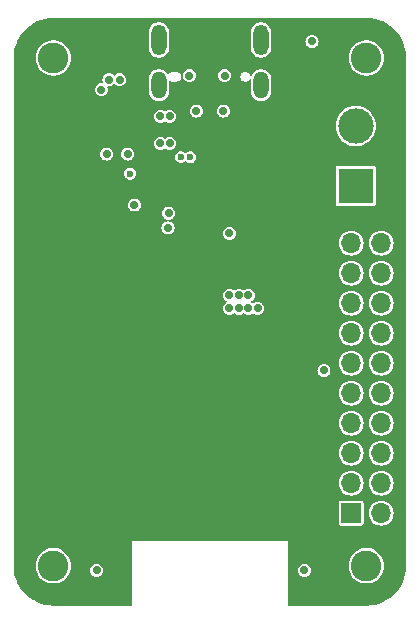
<source format=gbr>
%TF.GenerationSoftware,KiCad,Pcbnew,8.0.6*%
%TF.CreationDate,2024-11-24T23:38:19+01:00*%
%TF.ProjectId,ecad,65636164-2e6b-4696-9361-645f70636258,rev?*%
%TF.SameCoordinates,Original*%
%TF.FileFunction,Copper,L3,Inr*%
%TF.FilePolarity,Positive*%
%FSLAX46Y46*%
G04 Gerber Fmt 4.6, Leading zero omitted, Abs format (unit mm)*
G04 Created by KiCad (PCBNEW 8.0.6) date 2024-11-24 23:38:19*
%MOMM*%
%LPD*%
G01*
G04 APERTURE LIST*
%TA.AperFunction,ComponentPad*%
%ADD10R,3.000000X3.000000*%
%TD*%
%TA.AperFunction,ComponentPad*%
%ADD11C,3.000000*%
%TD*%
%TA.AperFunction,ComponentPad*%
%ADD12C,2.600000*%
%TD*%
%TA.AperFunction,ComponentPad*%
%ADD13O,1.300000X2.300000*%
%TD*%
%TA.AperFunction,ComponentPad*%
%ADD14O,1.300000X2.600000*%
%TD*%
%TA.AperFunction,ComponentPad*%
%ADD15R,1.700000X1.700000*%
%TD*%
%TA.AperFunction,ComponentPad*%
%ADD16O,1.700000X1.700000*%
%TD*%
%TA.AperFunction,ViaPad*%
%ADD17C,0.700000*%
%TD*%
%TA.AperFunction,ViaPad*%
%ADD18C,0.600000*%
%TD*%
G04 APERTURE END LIST*
D10*
%TO.N,VCC*%
%TO.C,J3*%
X116900000Y-161015000D03*
D11*
%TO.N,GND*%
X116900000Y-155935000D03*
%TD*%
D12*
%TO.N,N/C*%
%TO.C,H2*%
X91300000Y-193175000D03*
%TD*%
%TO.N,N/C*%
%TO.C,H4*%
X91300000Y-150175000D03*
%TD*%
%TO.N,N/C*%
%TO.C,H3*%
X117800000Y-150175000D03*
%TD*%
%TO.N,N/C*%
%TO.C,H1*%
X117800000Y-193175000D03*
%TD*%
D13*
%TO.N,GND*%
%TO.C,J1*%
X108870000Y-152485000D03*
D14*
X108870000Y-148660000D03*
D13*
X100230000Y-152485000D03*
D14*
X100230000Y-148660000D03*
%TD*%
D15*
%TO.N,unconnected-(J4-Pin_1-Pad1)*%
%TO.C,J4*%
X116510000Y-188725000D03*
D16*
%TO.N,unconnected-(J4-Pin_2-Pad2)*%
X119050000Y-188725000D03*
%TO.N,unconnected-(J4-Pin_3-Pad3)*%
X116510000Y-186185000D03*
%TO.N,unconnected-(J4-Pin_4-Pad4)*%
X119050000Y-186185000D03*
%TO.N,unconnected-(J4-Pin_5-Pad5)*%
X116510000Y-183645000D03*
%TO.N,unconnected-(J4-Pin_6-Pad6)*%
X119050000Y-183645000D03*
%TO.N,unconnected-(J4-Pin_7-Pad7)*%
X116510000Y-181105000D03*
%TO.N,unconnected-(J4-Pin_8-Pad8)*%
X119050000Y-181105000D03*
%TO.N,unconnected-(J4-Pin_9-Pad9)*%
X116510000Y-178565000D03*
%TO.N,unconnected-(J4-Pin_10-Pad10)*%
X119050000Y-178565000D03*
%TO.N,unconnected-(J4-Pin_11-Pad11)*%
X116510000Y-176025000D03*
%TO.N,unconnected-(J4-Pin_12-Pad12)*%
X119050000Y-176025000D03*
%TO.N,unconnected-(J4-Pin_13-Pad13)*%
X116510000Y-173485000D03*
%TO.N,unconnected-(J4-Pin_14-Pad14)*%
X119050000Y-173485000D03*
%TO.N,unconnected-(J4-Pin_15-Pad15)*%
X116510000Y-170945000D03*
%TO.N,unconnected-(J4-Pin_16-Pad16)*%
X119050000Y-170945000D03*
%TO.N,unconnected-(J4-Pin_17-Pad17)*%
X116510000Y-168405000D03*
%TO.N,unconnected-(J4-Pin_18-Pad18)*%
X119050000Y-168405000D03*
%TO.N,unconnected-(J4-Pin_19-Pad19)*%
X116510000Y-165865000D03*
%TO.N,unconnected-(J4-Pin_20-Pad20)*%
X119050000Y-165865000D03*
%TD*%
D17*
%TO.N,GND*%
X94950000Y-193575000D03*
X112550000Y-193575000D03*
D18*
X97800000Y-159975000D03*
D17*
X107800000Y-171375000D03*
X97600000Y-158325000D03*
X106200000Y-165025000D03*
X100350000Y-155125000D03*
X107000000Y-170275000D03*
X108600000Y-171375000D03*
X107800000Y-170275000D03*
X101150000Y-157425000D03*
X95349999Y-152878907D03*
X113200000Y-148775000D03*
X100350000Y-157425000D03*
X95800000Y-158325000D03*
X98165000Y-162625000D03*
X106200000Y-170275000D03*
X101150000Y-155125000D03*
X107000000Y-171375000D03*
X114200000Y-176625000D03*
X106200000Y-171375000D03*
X101000000Y-164575000D03*
X103400000Y-154675000D03*
%TO.N,+3V3*%
X107825000Y-175250000D03*
X107025000Y-175250000D03*
X108625000Y-175250000D03*
X106225000Y-175250000D03*
X109425000Y-175250000D03*
%TO.N,Net-(J1-CC2)*%
X96909620Y-152034620D03*
X102800000Y-151675000D03*
%TO.N,Net-(J1-CC1)*%
X96000000Y-152025000D03*
X105800000Y-151690000D03*
%TO.N,Net-(U2-OTP)*%
X105700000Y-154675000D03*
X101050000Y-163325000D03*
D18*
%TO.N,Net-(U2-SDA)*%
X102899994Y-158578458D03*
%TO.N,Net-(U2-SCL)*%
X102100000Y-158575000D03*
%TD*%
%TA.AperFunction,Conductor*%
%TO.N,+3V3*%
G36*
X117801602Y-146800583D02*
G01*
X118149519Y-146818817D01*
X118155909Y-146819489D01*
X118498435Y-146873740D01*
X118504703Y-146875073D01*
X118839669Y-146964827D01*
X118845774Y-146966810D01*
X119092593Y-147061555D01*
X119169524Y-147091086D01*
X119175404Y-147093704D01*
X119484389Y-147251139D01*
X119489945Y-147254347D01*
X119497817Y-147259459D01*
X119780778Y-147443217D01*
X119785979Y-147446995D01*
X120055484Y-147665236D01*
X120060257Y-147669534D01*
X120305465Y-147914742D01*
X120309764Y-147919516D01*
X120527999Y-148189013D01*
X120531782Y-148194221D01*
X120720646Y-148485044D01*
X120723865Y-148490619D01*
X120881295Y-148799595D01*
X120883913Y-148805475D01*
X121008186Y-149129216D01*
X121010175Y-149135339D01*
X121099923Y-149470282D01*
X121101262Y-149476578D01*
X121138686Y-149712867D01*
X121149243Y-149779518D01*
X121150000Y-149789139D01*
X121150000Y-193560859D01*
X121149243Y-193570480D01*
X121101262Y-193873421D01*
X121099923Y-193879717D01*
X121010175Y-194214660D01*
X121008186Y-194220783D01*
X120883913Y-194544524D01*
X120881295Y-194550404D01*
X120723865Y-194859380D01*
X120720646Y-194864955D01*
X120531782Y-195155778D01*
X120527999Y-195160986D01*
X120309773Y-195430473D01*
X120305465Y-195435257D01*
X120060257Y-195680465D01*
X120055473Y-195684773D01*
X119785986Y-195902999D01*
X119780778Y-195906782D01*
X119489955Y-196095646D01*
X119484380Y-196098865D01*
X119175404Y-196256295D01*
X119169524Y-196258913D01*
X118845783Y-196383186D01*
X118839660Y-196385175D01*
X118504717Y-196474923D01*
X118498421Y-196476262D01*
X118155915Y-196530509D01*
X118149513Y-196531182D01*
X117801603Y-196549416D01*
X117798384Y-196549500D01*
X111211500Y-196549500D01*
X111168013Y-196531487D01*
X111150000Y-196488000D01*
X111150000Y-193575000D01*
X111994750Y-193575000D01*
X112013669Y-193718704D01*
X112013670Y-193718708D01*
X112069139Y-193852624D01*
X112069141Y-193852628D01*
X112094060Y-193885103D01*
X112157379Y-193967621D01*
X112272375Y-194055861D01*
X112406291Y-194111330D01*
X112550000Y-194130250D01*
X112693709Y-194111330D01*
X112827625Y-194055861D01*
X112942621Y-193967621D01*
X113030861Y-193852625D01*
X113086330Y-193718709D01*
X113105250Y-193575000D01*
X113086330Y-193431291D01*
X113030861Y-193297375D01*
X112942621Y-193182379D01*
X112933005Y-193175000D01*
X116294357Y-193175000D01*
X116314892Y-193422824D01*
X116314892Y-193422826D01*
X116375935Y-193663875D01*
X116375938Y-193663885D01*
X116455462Y-193845181D01*
X116469243Y-193876598D01*
X116475825Y-193891602D01*
X116475829Y-193891611D01*
X116611831Y-194099778D01*
X116611836Y-194099785D01*
X116780256Y-194282738D01*
X116780258Y-194282739D01*
X116780258Y-194282740D01*
X116878373Y-194359106D01*
X116976491Y-194435474D01*
X117195190Y-194553828D01*
X117430386Y-194634571D01*
X117430389Y-194634571D01*
X117430390Y-194634572D01*
X117553025Y-194655035D01*
X117675665Y-194675500D01*
X117924335Y-194675500D01*
X118108513Y-194644766D01*
X118169609Y-194634572D01*
X118169609Y-194634571D01*
X118169614Y-194634571D01*
X118404810Y-194553828D01*
X118623509Y-194435474D01*
X118819744Y-194282738D01*
X118988164Y-194099785D01*
X119124173Y-193891607D01*
X119224063Y-193663881D01*
X119285108Y-193422821D01*
X119305643Y-193175000D01*
X119285108Y-192927179D01*
X119285107Y-192927175D01*
X119285107Y-192927173D01*
X119224064Y-192686124D01*
X119224063Y-192686119D01*
X119124173Y-192458393D01*
X118988164Y-192250215D01*
X118819744Y-192067262D01*
X118819741Y-192067259D01*
X118623510Y-191914527D01*
X118623509Y-191914526D01*
X118404810Y-191796172D01*
X118169614Y-191715429D01*
X118169613Y-191715428D01*
X118169611Y-191715428D01*
X118169609Y-191715427D01*
X117924338Y-191674500D01*
X117924335Y-191674500D01*
X117675665Y-191674500D01*
X117675661Y-191674500D01*
X117430390Y-191715427D01*
X117430388Y-191715428D01*
X117195192Y-191796171D01*
X116976489Y-191914527D01*
X116780258Y-192067259D01*
X116780258Y-192067260D01*
X116611835Y-192250215D01*
X116611831Y-192250221D01*
X116475829Y-192458388D01*
X116475825Y-192458397D01*
X116375938Y-192686114D01*
X116375935Y-192686124D01*
X116314892Y-192927173D01*
X116314892Y-192927175D01*
X116294357Y-193175000D01*
X112933005Y-193175000D01*
X112827625Y-193094139D01*
X112693709Y-193038670D01*
X112693706Y-193038669D01*
X112693704Y-193038669D01*
X112550000Y-193019750D01*
X112406295Y-193038669D01*
X112406291Y-193038670D01*
X112272375Y-193094139D01*
X112272371Y-193094141D01*
X112157379Y-193182379D01*
X112069141Y-193297371D01*
X112069139Y-193297375D01*
X112013670Y-193431291D01*
X112013669Y-193431295D01*
X111994750Y-193575000D01*
X111150000Y-193575000D01*
X111150000Y-191075000D01*
X97950000Y-191075000D01*
X97950000Y-196488000D01*
X97931987Y-196531487D01*
X97888500Y-196549500D01*
X91301616Y-196549500D01*
X91298397Y-196549416D01*
X90950486Y-196531182D01*
X90944084Y-196530509D01*
X90601578Y-196476262D01*
X90595282Y-196474923D01*
X90260339Y-196385175D01*
X90254216Y-196383186D01*
X89930475Y-196258913D01*
X89924595Y-196256295D01*
X89615619Y-196098865D01*
X89610044Y-196095646D01*
X89319221Y-195906782D01*
X89314013Y-195902999D01*
X89044516Y-195684764D01*
X89039742Y-195680465D01*
X88794534Y-195435257D01*
X88790236Y-195430484D01*
X88571995Y-195160979D01*
X88568217Y-195155778D01*
X88493761Y-195041127D01*
X88379347Y-194864945D01*
X88376139Y-194859389D01*
X88248522Y-194608926D01*
X88218704Y-194550404D01*
X88216086Y-194544524D01*
X88205794Y-194517713D01*
X88091810Y-194220774D01*
X88089827Y-194214669D01*
X88000073Y-193879703D01*
X87998740Y-193873435D01*
X87944489Y-193530909D01*
X87943817Y-193524513D01*
X87925584Y-193176602D01*
X87925542Y-193175000D01*
X89794357Y-193175000D01*
X89814892Y-193422824D01*
X89814892Y-193422826D01*
X89875935Y-193663875D01*
X89875938Y-193663885D01*
X89955462Y-193845181D01*
X89969243Y-193876598D01*
X89975825Y-193891602D01*
X89975829Y-193891611D01*
X90111831Y-194099778D01*
X90111836Y-194099785D01*
X90280256Y-194282738D01*
X90280258Y-194282739D01*
X90280258Y-194282740D01*
X90378373Y-194359106D01*
X90476491Y-194435474D01*
X90695190Y-194553828D01*
X90930386Y-194634571D01*
X90930389Y-194634571D01*
X90930390Y-194634572D01*
X91053025Y-194655035D01*
X91175665Y-194675500D01*
X91424335Y-194675500D01*
X91608513Y-194644766D01*
X91669609Y-194634572D01*
X91669609Y-194634571D01*
X91669614Y-194634571D01*
X91904810Y-194553828D01*
X92123509Y-194435474D01*
X92319744Y-194282738D01*
X92488164Y-194099785D01*
X92624173Y-193891607D01*
X92724063Y-193663881D01*
X92746571Y-193575000D01*
X94394750Y-193575000D01*
X94413669Y-193718704D01*
X94413670Y-193718708D01*
X94469139Y-193852624D01*
X94469141Y-193852628D01*
X94494060Y-193885103D01*
X94557379Y-193967621D01*
X94672375Y-194055861D01*
X94806291Y-194111330D01*
X94950000Y-194130250D01*
X95093709Y-194111330D01*
X95227625Y-194055861D01*
X95342621Y-193967621D01*
X95430861Y-193852625D01*
X95486330Y-193718709D01*
X95505250Y-193575000D01*
X95486330Y-193431291D01*
X95430861Y-193297375D01*
X95342621Y-193182379D01*
X95227625Y-193094139D01*
X95093709Y-193038670D01*
X95093706Y-193038669D01*
X95093704Y-193038669D01*
X94950000Y-193019750D01*
X94806295Y-193038669D01*
X94806291Y-193038670D01*
X94672375Y-193094139D01*
X94672371Y-193094141D01*
X94557379Y-193182379D01*
X94469141Y-193297371D01*
X94469139Y-193297375D01*
X94413670Y-193431291D01*
X94413669Y-193431295D01*
X94394750Y-193575000D01*
X92746571Y-193575000D01*
X92785108Y-193422821D01*
X92805643Y-193175000D01*
X92785108Y-192927179D01*
X92785107Y-192927175D01*
X92785107Y-192927173D01*
X92724064Y-192686124D01*
X92724063Y-192686119D01*
X92624173Y-192458393D01*
X92488164Y-192250215D01*
X92319744Y-192067262D01*
X92319741Y-192067259D01*
X92123510Y-191914527D01*
X92123509Y-191914526D01*
X91904810Y-191796172D01*
X91669614Y-191715429D01*
X91669613Y-191715428D01*
X91669611Y-191715428D01*
X91669609Y-191715427D01*
X91424338Y-191674500D01*
X91424335Y-191674500D01*
X91175665Y-191674500D01*
X91175661Y-191674500D01*
X90930390Y-191715427D01*
X90930388Y-191715428D01*
X90695192Y-191796171D01*
X90476489Y-191914527D01*
X90280258Y-192067259D01*
X90280258Y-192067260D01*
X90111835Y-192250215D01*
X90111831Y-192250221D01*
X89975829Y-192458388D01*
X89975825Y-192458397D01*
X89875938Y-192686114D01*
X89875935Y-192686124D01*
X89814892Y-192927173D01*
X89814892Y-192927175D01*
X89794357Y-193175000D01*
X87925542Y-193175000D01*
X87925500Y-193173383D01*
X87925500Y-187855248D01*
X115459500Y-187855248D01*
X115459500Y-189594751D01*
X115471131Y-189653224D01*
X115471132Y-189653228D01*
X115471133Y-189653231D01*
X115515448Y-189719552D01*
X115581769Y-189763867D01*
X115640248Y-189775499D01*
X115640249Y-189775500D01*
X115640252Y-189775500D01*
X117379751Y-189775500D01*
X117379751Y-189775499D01*
X117438231Y-189763867D01*
X117504552Y-189719552D01*
X117548867Y-189653231D01*
X117560499Y-189594751D01*
X117560500Y-189594751D01*
X117560500Y-188725000D01*
X117994417Y-188725000D01*
X118014699Y-188930933D01*
X118074766Y-189128950D01*
X118172314Y-189311450D01*
X118172315Y-189311451D01*
X118303588Y-189471409D01*
X118303590Y-189471411D01*
X118463548Y-189602684D01*
X118463549Y-189602685D01*
X118549264Y-189648500D01*
X118646046Y-189700232D01*
X118844066Y-189760300D01*
X119050000Y-189780583D01*
X119255934Y-189760300D01*
X119453954Y-189700232D01*
X119636450Y-189602685D01*
X119796410Y-189471410D01*
X119927685Y-189311450D01*
X120025232Y-189128954D01*
X120085300Y-188930934D01*
X120105583Y-188725000D01*
X120085300Y-188519066D01*
X120025232Y-188321046D01*
X119973500Y-188224264D01*
X119927685Y-188138549D01*
X119927684Y-188138548D01*
X119796411Y-187978590D01*
X119796409Y-187978588D01*
X119636451Y-187847315D01*
X119636450Y-187847314D01*
X119453950Y-187749766D01*
X119255933Y-187689699D01*
X119050000Y-187669417D01*
X118844066Y-187689699D01*
X118646049Y-187749766D01*
X118463549Y-187847314D01*
X118463548Y-187847315D01*
X118303590Y-187978588D01*
X118303588Y-187978590D01*
X118172315Y-188138548D01*
X118172314Y-188138549D01*
X118074766Y-188321049D01*
X118014699Y-188519066D01*
X117994417Y-188725000D01*
X117560500Y-188725000D01*
X117560500Y-187855249D01*
X117560499Y-187855248D01*
X117548868Y-187796775D01*
X117548867Y-187796769D01*
X117504552Y-187730448D01*
X117438231Y-187686133D01*
X117438228Y-187686132D01*
X117438224Y-187686131D01*
X117379751Y-187674500D01*
X117379748Y-187674500D01*
X115640252Y-187674500D01*
X115640249Y-187674500D01*
X115581775Y-187686131D01*
X115581769Y-187686133D01*
X115515448Y-187730448D01*
X115471133Y-187796769D01*
X115471131Y-187796775D01*
X115459500Y-187855248D01*
X87925500Y-187855248D01*
X87925500Y-186185000D01*
X115454417Y-186185000D01*
X115474699Y-186390933D01*
X115534766Y-186588950D01*
X115632314Y-186771450D01*
X115632315Y-186771451D01*
X115763588Y-186931409D01*
X115763590Y-186931411D01*
X115923548Y-187062684D01*
X115923549Y-187062685D01*
X116009264Y-187108500D01*
X116106046Y-187160232D01*
X116304066Y-187220300D01*
X116510000Y-187240583D01*
X116715934Y-187220300D01*
X116913954Y-187160232D01*
X117096450Y-187062685D01*
X117256410Y-186931410D01*
X117387685Y-186771450D01*
X117485232Y-186588954D01*
X117545300Y-186390934D01*
X117565583Y-186185000D01*
X117994417Y-186185000D01*
X118014699Y-186390933D01*
X118074766Y-186588950D01*
X118172314Y-186771450D01*
X118172315Y-186771451D01*
X118303588Y-186931409D01*
X118303590Y-186931411D01*
X118463548Y-187062684D01*
X118463549Y-187062685D01*
X118549264Y-187108500D01*
X118646046Y-187160232D01*
X118844066Y-187220300D01*
X119050000Y-187240583D01*
X119255934Y-187220300D01*
X119453954Y-187160232D01*
X119636450Y-187062685D01*
X119796410Y-186931410D01*
X119927685Y-186771450D01*
X120025232Y-186588954D01*
X120085300Y-186390934D01*
X120105583Y-186185000D01*
X120085300Y-185979066D01*
X120025232Y-185781046D01*
X119973500Y-185684264D01*
X119927685Y-185598549D01*
X119927684Y-185598548D01*
X119796411Y-185438590D01*
X119796409Y-185438588D01*
X119636451Y-185307315D01*
X119636450Y-185307314D01*
X119453950Y-185209766D01*
X119255933Y-185149699D01*
X119050000Y-185129417D01*
X118844066Y-185149699D01*
X118646049Y-185209766D01*
X118463549Y-185307314D01*
X118463548Y-185307315D01*
X118303590Y-185438588D01*
X118303588Y-185438590D01*
X118172315Y-185598548D01*
X118172314Y-185598549D01*
X118074766Y-185781049D01*
X118014699Y-185979066D01*
X117994417Y-186185000D01*
X117565583Y-186185000D01*
X117545300Y-185979066D01*
X117485232Y-185781046D01*
X117433500Y-185684264D01*
X117387685Y-185598549D01*
X117387684Y-185598548D01*
X117256411Y-185438590D01*
X117256409Y-185438588D01*
X117096451Y-185307315D01*
X117096450Y-185307314D01*
X116913950Y-185209766D01*
X116715933Y-185149699D01*
X116510000Y-185129417D01*
X116304066Y-185149699D01*
X116106049Y-185209766D01*
X115923549Y-185307314D01*
X115923548Y-185307315D01*
X115763590Y-185438588D01*
X115763588Y-185438590D01*
X115632315Y-185598548D01*
X115632314Y-185598549D01*
X115534766Y-185781049D01*
X115474699Y-185979066D01*
X115454417Y-186185000D01*
X87925500Y-186185000D01*
X87925500Y-183645000D01*
X115454417Y-183645000D01*
X115474699Y-183850933D01*
X115534766Y-184048950D01*
X115632314Y-184231450D01*
X115632315Y-184231451D01*
X115763588Y-184391409D01*
X115763590Y-184391411D01*
X115923548Y-184522684D01*
X115923549Y-184522685D01*
X116009264Y-184568500D01*
X116106046Y-184620232D01*
X116304066Y-184680300D01*
X116510000Y-184700583D01*
X116715934Y-184680300D01*
X116913954Y-184620232D01*
X117096450Y-184522685D01*
X117256410Y-184391410D01*
X117387685Y-184231450D01*
X117485232Y-184048954D01*
X117545300Y-183850934D01*
X117565583Y-183645000D01*
X117994417Y-183645000D01*
X118014699Y-183850933D01*
X118074766Y-184048950D01*
X118172314Y-184231450D01*
X118172315Y-184231451D01*
X118303588Y-184391409D01*
X118303590Y-184391411D01*
X118463548Y-184522684D01*
X118463549Y-184522685D01*
X118549264Y-184568500D01*
X118646046Y-184620232D01*
X118844066Y-184680300D01*
X119050000Y-184700583D01*
X119255934Y-184680300D01*
X119453954Y-184620232D01*
X119636450Y-184522685D01*
X119796410Y-184391410D01*
X119927685Y-184231450D01*
X120025232Y-184048954D01*
X120085300Y-183850934D01*
X120105583Y-183645000D01*
X120085300Y-183439066D01*
X120025232Y-183241046D01*
X119973500Y-183144264D01*
X119927685Y-183058549D01*
X119927684Y-183058548D01*
X119796411Y-182898590D01*
X119796409Y-182898588D01*
X119636451Y-182767315D01*
X119636450Y-182767314D01*
X119453950Y-182669766D01*
X119255933Y-182609699D01*
X119050000Y-182589417D01*
X118844066Y-182609699D01*
X118646049Y-182669766D01*
X118463549Y-182767314D01*
X118463548Y-182767315D01*
X118303590Y-182898588D01*
X118303588Y-182898590D01*
X118172315Y-183058548D01*
X118172314Y-183058549D01*
X118074766Y-183241049D01*
X118014699Y-183439066D01*
X117994417Y-183645000D01*
X117565583Y-183645000D01*
X117545300Y-183439066D01*
X117485232Y-183241046D01*
X117433500Y-183144264D01*
X117387685Y-183058549D01*
X117387684Y-183058548D01*
X117256411Y-182898590D01*
X117256409Y-182898588D01*
X117096451Y-182767315D01*
X117096450Y-182767314D01*
X116913950Y-182669766D01*
X116715933Y-182609699D01*
X116510000Y-182589417D01*
X116304066Y-182609699D01*
X116106049Y-182669766D01*
X115923549Y-182767314D01*
X115923548Y-182767315D01*
X115763590Y-182898588D01*
X115763588Y-182898590D01*
X115632315Y-183058548D01*
X115632314Y-183058549D01*
X115534766Y-183241049D01*
X115474699Y-183439066D01*
X115454417Y-183645000D01*
X87925500Y-183645000D01*
X87925500Y-181105000D01*
X115454417Y-181105000D01*
X115474699Y-181310933D01*
X115534766Y-181508950D01*
X115632314Y-181691450D01*
X115632315Y-181691451D01*
X115763588Y-181851409D01*
X115763590Y-181851411D01*
X115923548Y-181982684D01*
X115923549Y-181982685D01*
X116009264Y-182028500D01*
X116106046Y-182080232D01*
X116304066Y-182140300D01*
X116510000Y-182160583D01*
X116715934Y-182140300D01*
X116913954Y-182080232D01*
X117096450Y-181982685D01*
X117256410Y-181851410D01*
X117387685Y-181691450D01*
X117485232Y-181508954D01*
X117545300Y-181310934D01*
X117565583Y-181105000D01*
X117994417Y-181105000D01*
X118014699Y-181310933D01*
X118074766Y-181508950D01*
X118172314Y-181691450D01*
X118172315Y-181691451D01*
X118303588Y-181851409D01*
X118303590Y-181851411D01*
X118463548Y-181982684D01*
X118463549Y-181982685D01*
X118549264Y-182028500D01*
X118646046Y-182080232D01*
X118844066Y-182140300D01*
X119050000Y-182160583D01*
X119255934Y-182140300D01*
X119453954Y-182080232D01*
X119636450Y-181982685D01*
X119796410Y-181851410D01*
X119927685Y-181691450D01*
X120025232Y-181508954D01*
X120085300Y-181310934D01*
X120105583Y-181105000D01*
X120085300Y-180899066D01*
X120025232Y-180701046D01*
X119973500Y-180604264D01*
X119927685Y-180518549D01*
X119927684Y-180518548D01*
X119796411Y-180358590D01*
X119796409Y-180358588D01*
X119636451Y-180227315D01*
X119636450Y-180227314D01*
X119453950Y-180129766D01*
X119255933Y-180069699D01*
X119050000Y-180049417D01*
X118844066Y-180069699D01*
X118646049Y-180129766D01*
X118463549Y-180227314D01*
X118463548Y-180227315D01*
X118303590Y-180358588D01*
X118303588Y-180358590D01*
X118172315Y-180518548D01*
X118172314Y-180518549D01*
X118074766Y-180701049D01*
X118014699Y-180899066D01*
X117994417Y-181105000D01*
X117565583Y-181105000D01*
X117545300Y-180899066D01*
X117485232Y-180701046D01*
X117433500Y-180604264D01*
X117387685Y-180518549D01*
X117387684Y-180518548D01*
X117256411Y-180358590D01*
X117256409Y-180358588D01*
X117096451Y-180227315D01*
X117096450Y-180227314D01*
X116913950Y-180129766D01*
X116715933Y-180069699D01*
X116510000Y-180049417D01*
X116304066Y-180069699D01*
X116106049Y-180129766D01*
X115923549Y-180227314D01*
X115923548Y-180227315D01*
X115763590Y-180358588D01*
X115763588Y-180358590D01*
X115632315Y-180518548D01*
X115632314Y-180518549D01*
X115534766Y-180701049D01*
X115474699Y-180899066D01*
X115454417Y-181105000D01*
X87925500Y-181105000D01*
X87925500Y-178565000D01*
X115454417Y-178565000D01*
X115474699Y-178770933D01*
X115534766Y-178968950D01*
X115632314Y-179151450D01*
X115632315Y-179151451D01*
X115763588Y-179311409D01*
X115763590Y-179311411D01*
X115923548Y-179442684D01*
X115923549Y-179442685D01*
X116009264Y-179488500D01*
X116106046Y-179540232D01*
X116304066Y-179600300D01*
X116510000Y-179620583D01*
X116715934Y-179600300D01*
X116913954Y-179540232D01*
X117096450Y-179442685D01*
X117256410Y-179311410D01*
X117387685Y-179151450D01*
X117485232Y-178968954D01*
X117545300Y-178770934D01*
X117565583Y-178565000D01*
X117994417Y-178565000D01*
X118014699Y-178770933D01*
X118074766Y-178968950D01*
X118172314Y-179151450D01*
X118172315Y-179151451D01*
X118303588Y-179311409D01*
X118303590Y-179311411D01*
X118463548Y-179442684D01*
X118463549Y-179442685D01*
X118549264Y-179488500D01*
X118646046Y-179540232D01*
X118844066Y-179600300D01*
X119050000Y-179620583D01*
X119255934Y-179600300D01*
X119453954Y-179540232D01*
X119636450Y-179442685D01*
X119796410Y-179311410D01*
X119927685Y-179151450D01*
X120025232Y-178968954D01*
X120085300Y-178770934D01*
X120105583Y-178565000D01*
X120085300Y-178359066D01*
X120025232Y-178161046D01*
X119973500Y-178064264D01*
X119927685Y-177978549D01*
X119927684Y-177978548D01*
X119796411Y-177818590D01*
X119796409Y-177818588D01*
X119636451Y-177687315D01*
X119636450Y-177687314D01*
X119453950Y-177589766D01*
X119255933Y-177529699D01*
X119050000Y-177509417D01*
X118844066Y-177529699D01*
X118646049Y-177589766D01*
X118463549Y-177687314D01*
X118463548Y-177687315D01*
X118303590Y-177818588D01*
X118303588Y-177818590D01*
X118172315Y-177978548D01*
X118172314Y-177978549D01*
X118074766Y-178161049D01*
X118014699Y-178359066D01*
X117994417Y-178565000D01*
X117565583Y-178565000D01*
X117545300Y-178359066D01*
X117485232Y-178161046D01*
X117433500Y-178064264D01*
X117387685Y-177978549D01*
X117387684Y-177978548D01*
X117256411Y-177818590D01*
X117256409Y-177818588D01*
X117096451Y-177687315D01*
X117096450Y-177687314D01*
X116913950Y-177589766D01*
X116715933Y-177529699D01*
X116510000Y-177509417D01*
X116304066Y-177529699D01*
X116106049Y-177589766D01*
X115923549Y-177687314D01*
X115923548Y-177687315D01*
X115763590Y-177818588D01*
X115763588Y-177818590D01*
X115632315Y-177978548D01*
X115632314Y-177978549D01*
X115534766Y-178161049D01*
X115474699Y-178359066D01*
X115454417Y-178565000D01*
X87925500Y-178565000D01*
X87925500Y-176625000D01*
X113644750Y-176625000D01*
X113663670Y-176768709D01*
X113719139Y-176902625D01*
X113807379Y-177017621D01*
X113922375Y-177105861D01*
X114056291Y-177161330D01*
X114200000Y-177180250D01*
X114343709Y-177161330D01*
X114477625Y-177105861D01*
X114592621Y-177017621D01*
X114680861Y-176902625D01*
X114736330Y-176768709D01*
X114755250Y-176625000D01*
X114736330Y-176481291D01*
X114680861Y-176347375D01*
X114592621Y-176232379D01*
X114477625Y-176144139D01*
X114343709Y-176088670D01*
X114343706Y-176088669D01*
X114343704Y-176088669D01*
X114200000Y-176069750D01*
X114056295Y-176088669D01*
X114056291Y-176088670D01*
X113922375Y-176144139D01*
X113922371Y-176144141D01*
X113807379Y-176232379D01*
X113719141Y-176347371D01*
X113719139Y-176347375D01*
X113663670Y-176481291D01*
X113644750Y-176625000D01*
X87925500Y-176625000D01*
X87925500Y-176025000D01*
X115454417Y-176025000D01*
X115474699Y-176230933D01*
X115534766Y-176428950D01*
X115632314Y-176611450D01*
X115632315Y-176611451D01*
X115763588Y-176771409D01*
X115763590Y-176771411D01*
X115923548Y-176902684D01*
X115923549Y-176902685D01*
X116009264Y-176948500D01*
X116106046Y-177000232D01*
X116106048Y-177000232D01*
X116106049Y-177000233D01*
X116304066Y-177060300D01*
X116510000Y-177080583D01*
X116715934Y-177060300D01*
X116913954Y-177000232D01*
X117096450Y-176902685D01*
X117256410Y-176771410D01*
X117258628Y-176768708D01*
X117387684Y-176611451D01*
X117387685Y-176611450D01*
X117485232Y-176428954D01*
X117545300Y-176230934D01*
X117565583Y-176025000D01*
X117994417Y-176025000D01*
X118014699Y-176230933D01*
X118074766Y-176428950D01*
X118172314Y-176611450D01*
X118172315Y-176611451D01*
X118303588Y-176771409D01*
X118303590Y-176771411D01*
X118463548Y-176902684D01*
X118463549Y-176902685D01*
X118549264Y-176948500D01*
X118646046Y-177000232D01*
X118646048Y-177000232D01*
X118646049Y-177000233D01*
X118844066Y-177060300D01*
X119050000Y-177080583D01*
X119255934Y-177060300D01*
X119453954Y-177000232D01*
X119636450Y-176902685D01*
X119796410Y-176771410D01*
X119798628Y-176768708D01*
X119927684Y-176611451D01*
X119927685Y-176611450D01*
X120025232Y-176428954D01*
X120085300Y-176230934D01*
X120105583Y-176025000D01*
X120085300Y-175819066D01*
X120025232Y-175621046D01*
X119973500Y-175524264D01*
X119927685Y-175438549D01*
X119927684Y-175438548D01*
X119796411Y-175278590D01*
X119796409Y-175278588D01*
X119636451Y-175147315D01*
X119636450Y-175147314D01*
X119453950Y-175049766D01*
X119255933Y-174989699D01*
X119050000Y-174969417D01*
X118844066Y-174989699D01*
X118646049Y-175049766D01*
X118463549Y-175147314D01*
X118463548Y-175147315D01*
X118303590Y-175278588D01*
X118303588Y-175278590D01*
X118172315Y-175438548D01*
X118172314Y-175438549D01*
X118074766Y-175621049D01*
X118014699Y-175819066D01*
X117994417Y-176025000D01*
X117565583Y-176025000D01*
X117545300Y-175819066D01*
X117485232Y-175621046D01*
X117433500Y-175524264D01*
X117387685Y-175438549D01*
X117387684Y-175438548D01*
X117256411Y-175278590D01*
X117256409Y-175278588D01*
X117096451Y-175147315D01*
X117096450Y-175147314D01*
X116913950Y-175049766D01*
X116715933Y-174989699D01*
X116510000Y-174969417D01*
X116304066Y-174989699D01*
X116106049Y-175049766D01*
X115923549Y-175147314D01*
X115923548Y-175147315D01*
X115763590Y-175278588D01*
X115763588Y-175278590D01*
X115632315Y-175438548D01*
X115632314Y-175438549D01*
X115534766Y-175621049D01*
X115474699Y-175819066D01*
X115454417Y-176025000D01*
X87925500Y-176025000D01*
X87925500Y-173485000D01*
X115454417Y-173485000D01*
X115474699Y-173690933D01*
X115534766Y-173888950D01*
X115632314Y-174071450D01*
X115632315Y-174071451D01*
X115763588Y-174231409D01*
X115763590Y-174231411D01*
X115923548Y-174362684D01*
X115923549Y-174362685D01*
X116009264Y-174408500D01*
X116106046Y-174460232D01*
X116304066Y-174520300D01*
X116510000Y-174540583D01*
X116715934Y-174520300D01*
X116913954Y-174460232D01*
X117096450Y-174362685D01*
X117256410Y-174231410D01*
X117387685Y-174071450D01*
X117485232Y-173888954D01*
X117545300Y-173690934D01*
X117565583Y-173485000D01*
X117994417Y-173485000D01*
X118014699Y-173690933D01*
X118074766Y-173888950D01*
X118172314Y-174071450D01*
X118172315Y-174071451D01*
X118303588Y-174231409D01*
X118303590Y-174231411D01*
X118463548Y-174362684D01*
X118463549Y-174362685D01*
X118549264Y-174408500D01*
X118646046Y-174460232D01*
X118844066Y-174520300D01*
X119050000Y-174540583D01*
X119255934Y-174520300D01*
X119453954Y-174460232D01*
X119636450Y-174362685D01*
X119796410Y-174231410D01*
X119927685Y-174071450D01*
X120025232Y-173888954D01*
X120085300Y-173690934D01*
X120105583Y-173485000D01*
X120085300Y-173279066D01*
X120025232Y-173081046D01*
X119973500Y-172984264D01*
X119927685Y-172898549D01*
X119927684Y-172898548D01*
X119796411Y-172738590D01*
X119796409Y-172738588D01*
X119636451Y-172607315D01*
X119636450Y-172607314D01*
X119453950Y-172509766D01*
X119255933Y-172449699D01*
X119050000Y-172429417D01*
X118844066Y-172449699D01*
X118646049Y-172509766D01*
X118463549Y-172607314D01*
X118463548Y-172607315D01*
X118303590Y-172738588D01*
X118303588Y-172738590D01*
X118172315Y-172898548D01*
X118172314Y-172898549D01*
X118074766Y-173081049D01*
X118014699Y-173279066D01*
X117994417Y-173485000D01*
X117565583Y-173485000D01*
X117545300Y-173279066D01*
X117485232Y-173081046D01*
X117433500Y-172984264D01*
X117387685Y-172898549D01*
X117387684Y-172898548D01*
X117256411Y-172738590D01*
X117256409Y-172738588D01*
X117096451Y-172607315D01*
X117096450Y-172607314D01*
X116913950Y-172509766D01*
X116715933Y-172449699D01*
X116510000Y-172429417D01*
X116304066Y-172449699D01*
X116106049Y-172509766D01*
X115923549Y-172607314D01*
X115923548Y-172607315D01*
X115763590Y-172738588D01*
X115763588Y-172738590D01*
X115632315Y-172898548D01*
X115632314Y-172898549D01*
X115534766Y-173081049D01*
X115474699Y-173279066D01*
X115454417Y-173485000D01*
X87925500Y-173485000D01*
X87925500Y-170275000D01*
X105644750Y-170275000D01*
X105655749Y-170358549D01*
X105663670Y-170418709D01*
X105719139Y-170552625D01*
X105807379Y-170667621D01*
X105922375Y-170755861D01*
X105952119Y-170768181D01*
X105985403Y-170801465D01*
X105985403Y-170848535D01*
X105952119Y-170881819D01*
X105922375Y-170894139D01*
X105922371Y-170894141D01*
X105807379Y-170982379D01*
X105719141Y-171097371D01*
X105719139Y-171097375D01*
X105663670Y-171231291D01*
X105644750Y-171375000D01*
X105663670Y-171518709D01*
X105719139Y-171652625D01*
X105807379Y-171767621D01*
X105922375Y-171855861D01*
X106056291Y-171911330D01*
X106200000Y-171930250D01*
X106343709Y-171911330D01*
X106477625Y-171855861D01*
X106562562Y-171790685D01*
X106608027Y-171778503D01*
X106637436Y-171790684D01*
X106722375Y-171855861D01*
X106856291Y-171911330D01*
X107000000Y-171930250D01*
X107143709Y-171911330D01*
X107277625Y-171855861D01*
X107362562Y-171790685D01*
X107408027Y-171778503D01*
X107437436Y-171790684D01*
X107522375Y-171855861D01*
X107656291Y-171911330D01*
X107800000Y-171930250D01*
X107943709Y-171911330D01*
X108077625Y-171855861D01*
X108162562Y-171790685D01*
X108208027Y-171778503D01*
X108237436Y-171790684D01*
X108322375Y-171855861D01*
X108456291Y-171911330D01*
X108600000Y-171930250D01*
X108743709Y-171911330D01*
X108877625Y-171855861D01*
X108992621Y-171767621D01*
X109080861Y-171652625D01*
X109136330Y-171518709D01*
X109155250Y-171375000D01*
X109136330Y-171231291D01*
X109080861Y-171097375D01*
X108992621Y-170982379D01*
X108943908Y-170945000D01*
X115454417Y-170945000D01*
X115474699Y-171150933D01*
X115534766Y-171348950D01*
X115632314Y-171531450D01*
X115632315Y-171531451D01*
X115763588Y-171691409D01*
X115763590Y-171691411D01*
X115923548Y-171822684D01*
X115923549Y-171822685D01*
X115985617Y-171855861D01*
X116106046Y-171920232D01*
X116304066Y-171980300D01*
X116510000Y-172000583D01*
X116715934Y-171980300D01*
X116913954Y-171920232D01*
X117096450Y-171822685D01*
X117256410Y-171691410D01*
X117387685Y-171531450D01*
X117485232Y-171348954D01*
X117545300Y-171150934D01*
X117565583Y-170945000D01*
X117994417Y-170945000D01*
X118014699Y-171150933D01*
X118074766Y-171348950D01*
X118172314Y-171531450D01*
X118172315Y-171531451D01*
X118303588Y-171691409D01*
X118303590Y-171691411D01*
X118463548Y-171822684D01*
X118463549Y-171822685D01*
X118525617Y-171855861D01*
X118646046Y-171920232D01*
X118844066Y-171980300D01*
X119050000Y-172000583D01*
X119255934Y-171980300D01*
X119453954Y-171920232D01*
X119636450Y-171822685D01*
X119796410Y-171691410D01*
X119927685Y-171531450D01*
X120025232Y-171348954D01*
X120085300Y-171150934D01*
X120105583Y-170945000D01*
X120085300Y-170739066D01*
X120025232Y-170541046D01*
X119959841Y-170418709D01*
X119927685Y-170358549D01*
X119927684Y-170358548D01*
X119796411Y-170198590D01*
X119796409Y-170198588D01*
X119636451Y-170067315D01*
X119636450Y-170067314D01*
X119453950Y-169969766D01*
X119255933Y-169909699D01*
X119050000Y-169889417D01*
X118844066Y-169909699D01*
X118646049Y-169969766D01*
X118463549Y-170067314D01*
X118463548Y-170067315D01*
X118303590Y-170198588D01*
X118303588Y-170198590D01*
X118172315Y-170358548D01*
X118172314Y-170358549D01*
X118074766Y-170541049D01*
X118014699Y-170739066D01*
X117994417Y-170945000D01*
X117565583Y-170945000D01*
X117545300Y-170739066D01*
X117485232Y-170541046D01*
X117419841Y-170418709D01*
X117387685Y-170358549D01*
X117387684Y-170358548D01*
X117256411Y-170198590D01*
X117256409Y-170198588D01*
X117096451Y-170067315D01*
X117096450Y-170067314D01*
X116913950Y-169969766D01*
X116715933Y-169909699D01*
X116510000Y-169889417D01*
X116304066Y-169909699D01*
X116106049Y-169969766D01*
X115923549Y-170067314D01*
X115923548Y-170067315D01*
X115763590Y-170198588D01*
X115763588Y-170198590D01*
X115632315Y-170358548D01*
X115632314Y-170358549D01*
X115534766Y-170541049D01*
X115474699Y-170739066D01*
X115454417Y-170945000D01*
X108943908Y-170945000D01*
X108877625Y-170894139D01*
X108743709Y-170838670D01*
X108743706Y-170838669D01*
X108743704Y-170838669D01*
X108600000Y-170819750D01*
X108456295Y-170838669D01*
X108456291Y-170838670D01*
X108322375Y-170894139D01*
X108322371Y-170894141D01*
X108237439Y-170959312D01*
X108191972Y-170971495D01*
X108162561Y-170959312D01*
X108077628Y-170894141D01*
X108077625Y-170894139D01*
X108047878Y-170881817D01*
X108014597Y-170848535D01*
X108014596Y-170801465D01*
X108047880Y-170768182D01*
X108047880Y-170768181D01*
X108077625Y-170755861D01*
X108192621Y-170667621D01*
X108280861Y-170552625D01*
X108336330Y-170418709D01*
X108355250Y-170275000D01*
X108336330Y-170131291D01*
X108280861Y-169997375D01*
X108192621Y-169882379D01*
X108077625Y-169794139D01*
X107943709Y-169738670D01*
X107943706Y-169738669D01*
X107943704Y-169738669D01*
X107800000Y-169719750D01*
X107656295Y-169738669D01*
X107656291Y-169738670D01*
X107522375Y-169794139D01*
X107522371Y-169794141D01*
X107437439Y-169859312D01*
X107391972Y-169871495D01*
X107362561Y-169859312D01*
X107277628Y-169794141D01*
X107277626Y-169794140D01*
X107277625Y-169794139D01*
X107143709Y-169738670D01*
X107143706Y-169738669D01*
X107143704Y-169738669D01*
X107000000Y-169719750D01*
X106856295Y-169738669D01*
X106856291Y-169738670D01*
X106722375Y-169794139D01*
X106722371Y-169794141D01*
X106637439Y-169859312D01*
X106591972Y-169871495D01*
X106562561Y-169859312D01*
X106477628Y-169794141D01*
X106477626Y-169794140D01*
X106477625Y-169794139D01*
X106343709Y-169738670D01*
X106343706Y-169738669D01*
X106343704Y-169738669D01*
X106200000Y-169719750D01*
X106056295Y-169738669D01*
X106056291Y-169738670D01*
X105922375Y-169794139D01*
X105922371Y-169794141D01*
X105807379Y-169882379D01*
X105719141Y-169997371D01*
X105719139Y-169997375D01*
X105663670Y-170131291D01*
X105663669Y-170131295D01*
X105644750Y-170275000D01*
X87925500Y-170275000D01*
X87925500Y-168405000D01*
X115454417Y-168405000D01*
X115474699Y-168610933D01*
X115534766Y-168808950D01*
X115632314Y-168991450D01*
X115632315Y-168991451D01*
X115763588Y-169151409D01*
X115763590Y-169151411D01*
X115923548Y-169282684D01*
X115923549Y-169282685D01*
X116009264Y-169328500D01*
X116106046Y-169380232D01*
X116304066Y-169440300D01*
X116510000Y-169460583D01*
X116715934Y-169440300D01*
X116913954Y-169380232D01*
X117096450Y-169282685D01*
X117256410Y-169151410D01*
X117387685Y-168991450D01*
X117485232Y-168808954D01*
X117545300Y-168610934D01*
X117565583Y-168405000D01*
X117994417Y-168405000D01*
X118014699Y-168610933D01*
X118074766Y-168808950D01*
X118172314Y-168991450D01*
X118172315Y-168991451D01*
X118303588Y-169151409D01*
X118303590Y-169151411D01*
X118463548Y-169282684D01*
X118463549Y-169282685D01*
X118549264Y-169328500D01*
X118646046Y-169380232D01*
X118844066Y-169440300D01*
X119050000Y-169460583D01*
X119255934Y-169440300D01*
X119453954Y-169380232D01*
X119636450Y-169282685D01*
X119796410Y-169151410D01*
X119927685Y-168991450D01*
X120025232Y-168808954D01*
X120085300Y-168610934D01*
X120105583Y-168405000D01*
X120085300Y-168199066D01*
X120025232Y-168001046D01*
X119973500Y-167904264D01*
X119927685Y-167818549D01*
X119927684Y-167818548D01*
X119796411Y-167658590D01*
X119796409Y-167658588D01*
X119636451Y-167527315D01*
X119636450Y-167527314D01*
X119453950Y-167429766D01*
X119255933Y-167369699D01*
X119050000Y-167349417D01*
X118844066Y-167369699D01*
X118646049Y-167429766D01*
X118463549Y-167527314D01*
X118463548Y-167527315D01*
X118303590Y-167658588D01*
X118303588Y-167658590D01*
X118172315Y-167818548D01*
X118172314Y-167818549D01*
X118074766Y-168001049D01*
X118014699Y-168199066D01*
X117994417Y-168405000D01*
X117565583Y-168405000D01*
X117545300Y-168199066D01*
X117485232Y-168001046D01*
X117433500Y-167904264D01*
X117387685Y-167818549D01*
X117387684Y-167818548D01*
X117256411Y-167658590D01*
X117256409Y-167658588D01*
X117096451Y-167527315D01*
X117096450Y-167527314D01*
X116913950Y-167429766D01*
X116715933Y-167369699D01*
X116510000Y-167349417D01*
X116304066Y-167369699D01*
X116106049Y-167429766D01*
X115923549Y-167527314D01*
X115923548Y-167527315D01*
X115763590Y-167658588D01*
X115763588Y-167658590D01*
X115632315Y-167818548D01*
X115632314Y-167818549D01*
X115534766Y-168001049D01*
X115474699Y-168199066D01*
X115454417Y-168405000D01*
X87925500Y-168405000D01*
X87925500Y-165865000D01*
X115454417Y-165865000D01*
X115474699Y-166070933D01*
X115534766Y-166268950D01*
X115632314Y-166451450D01*
X115632315Y-166451451D01*
X115763588Y-166611409D01*
X115763590Y-166611411D01*
X115923548Y-166742684D01*
X115923549Y-166742685D01*
X116009264Y-166788500D01*
X116106046Y-166840232D01*
X116304066Y-166900300D01*
X116510000Y-166920583D01*
X116715934Y-166900300D01*
X116913954Y-166840232D01*
X117096450Y-166742685D01*
X117256410Y-166611410D01*
X117387685Y-166451450D01*
X117485232Y-166268954D01*
X117545300Y-166070934D01*
X117565583Y-165865000D01*
X117994417Y-165865000D01*
X118014699Y-166070933D01*
X118074766Y-166268950D01*
X118172314Y-166451450D01*
X118172315Y-166451451D01*
X118303588Y-166611409D01*
X118303590Y-166611411D01*
X118463548Y-166742684D01*
X118463549Y-166742685D01*
X118549264Y-166788500D01*
X118646046Y-166840232D01*
X118844066Y-166900300D01*
X119050000Y-166920583D01*
X119255934Y-166900300D01*
X119453954Y-166840232D01*
X119636450Y-166742685D01*
X119796410Y-166611410D01*
X119927685Y-166451450D01*
X120025232Y-166268954D01*
X120085300Y-166070934D01*
X120105583Y-165865000D01*
X120085300Y-165659066D01*
X120061391Y-165580249D01*
X120025233Y-165461049D01*
X120025232Y-165461048D01*
X120025232Y-165461046D01*
X119940555Y-165302628D01*
X119927685Y-165278549D01*
X119927684Y-165278548D01*
X119796411Y-165118590D01*
X119796409Y-165118588D01*
X119636451Y-164987315D01*
X119636450Y-164987314D01*
X119453950Y-164889766D01*
X119255933Y-164829699D01*
X119050000Y-164809417D01*
X118844066Y-164829699D01*
X118646049Y-164889766D01*
X118463549Y-164987314D01*
X118463548Y-164987315D01*
X118303590Y-165118588D01*
X118303588Y-165118590D01*
X118172315Y-165278548D01*
X118172314Y-165278549D01*
X118074766Y-165461049D01*
X118014699Y-165659066D01*
X117994417Y-165865000D01*
X117565583Y-165865000D01*
X117545300Y-165659066D01*
X117521391Y-165580249D01*
X117485233Y-165461049D01*
X117485232Y-165461048D01*
X117485232Y-165461046D01*
X117400555Y-165302628D01*
X117387685Y-165278549D01*
X117387684Y-165278548D01*
X117256411Y-165118590D01*
X117256409Y-165118588D01*
X117096451Y-164987315D01*
X117096450Y-164987314D01*
X116913950Y-164889766D01*
X116715933Y-164829699D01*
X116510000Y-164809417D01*
X116304066Y-164829699D01*
X116106049Y-164889766D01*
X115923549Y-164987314D01*
X115923548Y-164987315D01*
X115763590Y-165118588D01*
X115763588Y-165118590D01*
X115632315Y-165278548D01*
X115632314Y-165278549D01*
X115534766Y-165461049D01*
X115474699Y-165659066D01*
X115454417Y-165865000D01*
X87925500Y-165865000D01*
X87925500Y-164575000D01*
X100444750Y-164575000D01*
X100463670Y-164718709D01*
X100519139Y-164852625D01*
X100607379Y-164967621D01*
X100722375Y-165055861D01*
X100856291Y-165111330D01*
X101000000Y-165130250D01*
X101143709Y-165111330D01*
X101277625Y-165055861D01*
X101317844Y-165025000D01*
X105644750Y-165025000D01*
X105658606Y-165130250D01*
X105663670Y-165168709D01*
X105719139Y-165302625D01*
X105807379Y-165417621D01*
X105922375Y-165505861D01*
X106056291Y-165561330D01*
X106200000Y-165580250D01*
X106343709Y-165561330D01*
X106477625Y-165505861D01*
X106592621Y-165417621D01*
X106680861Y-165302625D01*
X106736330Y-165168709D01*
X106755250Y-165025000D01*
X106736330Y-164881291D01*
X106680861Y-164747375D01*
X106592621Y-164632379D01*
X106477625Y-164544139D01*
X106343709Y-164488670D01*
X106343706Y-164488669D01*
X106343704Y-164488669D01*
X106200000Y-164469750D01*
X106056295Y-164488669D01*
X106056291Y-164488670D01*
X105922375Y-164544139D01*
X105922371Y-164544141D01*
X105807379Y-164632379D01*
X105719141Y-164747371D01*
X105719139Y-164747375D01*
X105663670Y-164881291D01*
X105663669Y-164881295D01*
X105644750Y-165025000D01*
X101317844Y-165025000D01*
X101392621Y-164967621D01*
X101480861Y-164852625D01*
X101536330Y-164718709D01*
X101555250Y-164575000D01*
X101536330Y-164431291D01*
X101480861Y-164297375D01*
X101392621Y-164182379D01*
X101277625Y-164094139D01*
X101143709Y-164038670D01*
X101143706Y-164038669D01*
X101143704Y-164038669D01*
X101000000Y-164019750D01*
X100856295Y-164038669D01*
X100856291Y-164038670D01*
X100722375Y-164094139D01*
X100722371Y-164094141D01*
X100607379Y-164182379D01*
X100519141Y-164297371D01*
X100519139Y-164297375D01*
X100463670Y-164431291D01*
X100463669Y-164431295D01*
X100448813Y-164544139D01*
X100444750Y-164575000D01*
X87925500Y-164575000D01*
X87925500Y-163325000D01*
X100494750Y-163325000D01*
X100513670Y-163468709D01*
X100569139Y-163602625D01*
X100657379Y-163717621D01*
X100772375Y-163805861D01*
X100906291Y-163861330D01*
X101050000Y-163880250D01*
X101193709Y-163861330D01*
X101327625Y-163805861D01*
X101442621Y-163717621D01*
X101530861Y-163602625D01*
X101586330Y-163468709D01*
X101605250Y-163325000D01*
X101586330Y-163181291D01*
X101530861Y-163047375D01*
X101442621Y-162932379D01*
X101327625Y-162844139D01*
X101193709Y-162788670D01*
X101193706Y-162788669D01*
X101193704Y-162788669D01*
X101050000Y-162769750D01*
X100906295Y-162788669D01*
X100906291Y-162788670D01*
X100772375Y-162844139D01*
X100772371Y-162844141D01*
X100657379Y-162932379D01*
X100569141Y-163047371D01*
X100569139Y-163047375D01*
X100513670Y-163181291D01*
X100494750Y-163325000D01*
X87925500Y-163325000D01*
X87925500Y-162625000D01*
X97609750Y-162625000D01*
X97621664Y-162715499D01*
X97628670Y-162768709D01*
X97684139Y-162902625D01*
X97772379Y-163017621D01*
X97887375Y-163105861D01*
X98021291Y-163161330D01*
X98165000Y-163180250D01*
X98308709Y-163161330D01*
X98442625Y-163105861D01*
X98557621Y-163017621D01*
X98645861Y-162902625D01*
X98701330Y-162768709D01*
X98720250Y-162625000D01*
X98701330Y-162481291D01*
X98645861Y-162347375D01*
X98557621Y-162232379D01*
X98442625Y-162144139D01*
X98308709Y-162088670D01*
X98308706Y-162088669D01*
X98308704Y-162088669D01*
X98165000Y-162069750D01*
X98021295Y-162088669D01*
X98021291Y-162088670D01*
X97887375Y-162144139D01*
X97887371Y-162144141D01*
X97772379Y-162232379D01*
X97684141Y-162347371D01*
X97684139Y-162347375D01*
X97628670Y-162481291D01*
X97628669Y-162481295D01*
X97609750Y-162625000D01*
X87925500Y-162625000D01*
X87925500Y-159974999D01*
X97294353Y-159974999D01*
X97294353Y-159975000D01*
X97314835Y-160117457D01*
X97314836Y-160117461D01*
X97374622Y-160248371D01*
X97374622Y-160248372D01*
X97374623Y-160248373D01*
X97468872Y-160357143D01*
X97589947Y-160434953D01*
X97728039Y-160475500D01*
X97871961Y-160475500D01*
X98010053Y-160434953D01*
X98131128Y-160357143D01*
X98225377Y-160248373D01*
X98285165Y-160117457D01*
X98305647Y-159975000D01*
X98285165Y-159832543D01*
X98225377Y-159701627D01*
X98131128Y-159592857D01*
X98131125Y-159592855D01*
X98131124Y-159592854D01*
X98010055Y-159515048D01*
X98010048Y-159515045D01*
X97942624Y-159495248D01*
X115199500Y-159495248D01*
X115199500Y-162534751D01*
X115211131Y-162593224D01*
X115211132Y-162593228D01*
X115211133Y-162593231D01*
X115255448Y-162659552D01*
X115321769Y-162703867D01*
X115380248Y-162715499D01*
X115380249Y-162715500D01*
X115380252Y-162715500D01*
X118419751Y-162715500D01*
X118419751Y-162715499D01*
X118478231Y-162703867D01*
X118544552Y-162659552D01*
X118588867Y-162593231D01*
X118600499Y-162534751D01*
X118600500Y-162534751D01*
X118600500Y-159495249D01*
X118600499Y-159495248D01*
X118588868Y-159436775D01*
X118588867Y-159436769D01*
X118544552Y-159370448D01*
X118478231Y-159326133D01*
X118478228Y-159326132D01*
X118478224Y-159326131D01*
X118419751Y-159314500D01*
X118419748Y-159314500D01*
X115380252Y-159314500D01*
X115380249Y-159314500D01*
X115321775Y-159326131D01*
X115321769Y-159326133D01*
X115255448Y-159370448D01*
X115211133Y-159436769D01*
X115211131Y-159436775D01*
X115199500Y-159495248D01*
X97942624Y-159495248D01*
X97921076Y-159488921D01*
X97871961Y-159474500D01*
X97728039Y-159474500D01*
X97589951Y-159515045D01*
X97589944Y-159515048D01*
X97468875Y-159592854D01*
X97468874Y-159592855D01*
X97374622Y-159701627D01*
X97374622Y-159701628D01*
X97314836Y-159832538D01*
X97314835Y-159832542D01*
X97294353Y-159974999D01*
X87925500Y-159974999D01*
X87925500Y-158325000D01*
X95244750Y-158325000D01*
X95259363Y-158436000D01*
X95263670Y-158468709D01*
X95319139Y-158602625D01*
X95407379Y-158717621D01*
X95522375Y-158805861D01*
X95656291Y-158861330D01*
X95800000Y-158880250D01*
X95943709Y-158861330D01*
X96077625Y-158805861D01*
X96192621Y-158717621D01*
X96280861Y-158602625D01*
X96336330Y-158468709D01*
X96355250Y-158325000D01*
X97044750Y-158325000D01*
X97059363Y-158436000D01*
X97063670Y-158468709D01*
X97119139Y-158602625D01*
X97207379Y-158717621D01*
X97322375Y-158805861D01*
X97456291Y-158861330D01*
X97600000Y-158880250D01*
X97743709Y-158861330D01*
X97877625Y-158805861D01*
X97992621Y-158717621D01*
X98080861Y-158602625D01*
X98092304Y-158574999D01*
X101594353Y-158574999D01*
X101594353Y-158575000D01*
X101614835Y-158717457D01*
X101614836Y-158717461D01*
X101674622Y-158848371D01*
X101674622Y-158848372D01*
X101674623Y-158848373D01*
X101768872Y-158957143D01*
X101889947Y-159034953D01*
X102028039Y-159075500D01*
X102171961Y-159075500D01*
X102310053Y-159034953D01*
X102431128Y-158957143D01*
X102452020Y-158933031D01*
X102494108Y-158911962D01*
X102538770Y-158926824D01*
X102544976Y-158933031D01*
X102565870Y-158957144D01*
X102568866Y-158960601D01*
X102689941Y-159038411D01*
X102828033Y-159078958D01*
X102971955Y-159078958D01*
X103110047Y-159038411D01*
X103231122Y-158960601D01*
X103325371Y-158851831D01*
X103385159Y-158720915D01*
X103405641Y-158578458D01*
X103385159Y-158436001D01*
X103383579Y-158432542D01*
X103325371Y-158305086D01*
X103325371Y-158305085D01*
X103231122Y-158196315D01*
X103231119Y-158196313D01*
X103231118Y-158196312D01*
X103110049Y-158118506D01*
X103110042Y-158118503D01*
X103021070Y-158092379D01*
X102971955Y-158077958D01*
X102828033Y-158077958D01*
X102689945Y-158118503D01*
X102689938Y-158118506D01*
X102568869Y-158196312D01*
X102568866Y-158196314D01*
X102547973Y-158220426D01*
X102505881Y-158241494D01*
X102461220Y-158226629D01*
X102455017Y-158220426D01*
X102449131Y-158213634D01*
X102431128Y-158192857D01*
X102431125Y-158192855D01*
X102431124Y-158192854D01*
X102310055Y-158115048D01*
X102310048Y-158115045D01*
X102221076Y-158088921D01*
X102171961Y-158074500D01*
X102028039Y-158074500D01*
X101889951Y-158115045D01*
X101889944Y-158115048D01*
X101768875Y-158192854D01*
X101768874Y-158192855D01*
X101768872Y-158192856D01*
X101768872Y-158192857D01*
X101765877Y-158196314D01*
X101674622Y-158301627D01*
X101674622Y-158301628D01*
X101614836Y-158432538D01*
X101614835Y-158432542D01*
X101594353Y-158574999D01*
X98092304Y-158574999D01*
X98136330Y-158468709D01*
X98155250Y-158325000D01*
X98136330Y-158181291D01*
X98080861Y-158047375D01*
X97992621Y-157932379D01*
X97877625Y-157844139D01*
X97743709Y-157788670D01*
X97743706Y-157788669D01*
X97743704Y-157788669D01*
X97600000Y-157769750D01*
X97456295Y-157788669D01*
X97456291Y-157788670D01*
X97322375Y-157844139D01*
X97322371Y-157844141D01*
X97207379Y-157932379D01*
X97119141Y-158047371D01*
X97119139Y-158047375D01*
X97063670Y-158181291D01*
X97063669Y-158181295D01*
X97044750Y-158325000D01*
X96355250Y-158325000D01*
X96336330Y-158181291D01*
X96280861Y-158047375D01*
X96192621Y-157932379D01*
X96077625Y-157844139D01*
X95943709Y-157788670D01*
X95943706Y-157788669D01*
X95943704Y-157788669D01*
X95800000Y-157769750D01*
X95656295Y-157788669D01*
X95656291Y-157788670D01*
X95522375Y-157844139D01*
X95522371Y-157844141D01*
X95407379Y-157932379D01*
X95319141Y-158047371D01*
X95319139Y-158047375D01*
X95263670Y-158181291D01*
X95263669Y-158181295D01*
X95244750Y-158325000D01*
X87925500Y-158325000D01*
X87925500Y-157425000D01*
X99794750Y-157425000D01*
X99813670Y-157568709D01*
X99869139Y-157702625D01*
X99957379Y-157817621D01*
X100072375Y-157905861D01*
X100206291Y-157961330D01*
X100350000Y-157980250D01*
X100493709Y-157961330D01*
X100627625Y-157905861D01*
X100712562Y-157840685D01*
X100758027Y-157828503D01*
X100787436Y-157840684D01*
X100872375Y-157905861D01*
X101006291Y-157961330D01*
X101150000Y-157980250D01*
X101293709Y-157961330D01*
X101427625Y-157905861D01*
X101542621Y-157817621D01*
X101630861Y-157702625D01*
X101686330Y-157568709D01*
X101705250Y-157425000D01*
X101686330Y-157281291D01*
X101630861Y-157147375D01*
X101542621Y-157032379D01*
X101427625Y-156944139D01*
X101293709Y-156888670D01*
X101293706Y-156888669D01*
X101293704Y-156888669D01*
X101150000Y-156869750D01*
X101006295Y-156888669D01*
X101006291Y-156888670D01*
X100872375Y-156944139D01*
X100872371Y-156944141D01*
X100787439Y-157009312D01*
X100741972Y-157021495D01*
X100712561Y-157009312D01*
X100627628Y-156944141D01*
X100627626Y-156944140D01*
X100627625Y-156944139D01*
X100493709Y-156888670D01*
X100493706Y-156888669D01*
X100493704Y-156888669D01*
X100350000Y-156869750D01*
X100206295Y-156888669D01*
X100206291Y-156888670D01*
X100072375Y-156944139D01*
X100072371Y-156944141D01*
X99957379Y-157032379D01*
X99869141Y-157147371D01*
X99869139Y-157147375D01*
X99813670Y-157281291D01*
X99794750Y-157425000D01*
X87925500Y-157425000D01*
X87925500Y-155934999D01*
X115194732Y-155934999D01*
X115194732Y-155935000D01*
X115213777Y-156189156D01*
X115213778Y-156189158D01*
X115270490Y-156437631D01*
X115270491Y-156437634D01*
X115270492Y-156437637D01*
X115363607Y-156674888D01*
X115491041Y-156895612D01*
X115649950Y-157094877D01*
X115836783Y-157268232D01*
X116047366Y-157411805D01*
X116276996Y-157522389D01*
X116520542Y-157597513D01*
X116772565Y-157635500D01*
X117027435Y-157635500D01*
X117279458Y-157597513D01*
X117523004Y-157522389D01*
X117752634Y-157411805D01*
X117963217Y-157268232D01*
X118150050Y-157094877D01*
X118308959Y-156895612D01*
X118436393Y-156674888D01*
X118529508Y-156437637D01*
X118586222Y-156189157D01*
X118605268Y-155935000D01*
X118586222Y-155680843D01*
X118529508Y-155432363D01*
X118436393Y-155195112D01*
X118308959Y-154974388D01*
X118150050Y-154775123D01*
X117963217Y-154601768D01*
X117752634Y-154458195D01*
X117523004Y-154347611D01*
X117279458Y-154272487D01*
X117279455Y-154272486D01*
X117027436Y-154234500D01*
X117027435Y-154234500D01*
X116772565Y-154234500D01*
X116772563Y-154234500D01*
X116520544Y-154272486D01*
X116409575Y-154306715D01*
X116276996Y-154347611D01*
X116276993Y-154347612D01*
X116276991Y-154347613D01*
X116047362Y-154458197D01*
X115940154Y-154531291D01*
X115836783Y-154601768D01*
X115836781Y-154601770D01*
X115836779Y-154601771D01*
X115649949Y-154775124D01*
X115491040Y-154974389D01*
X115363606Y-155195113D01*
X115270490Y-155432368D01*
X115213778Y-155680841D01*
X115213777Y-155680843D01*
X115194732Y-155934999D01*
X87925500Y-155934999D01*
X87925500Y-155125000D01*
X99794750Y-155125000D01*
X99808606Y-155230250D01*
X99813670Y-155268709D01*
X99869139Y-155402625D01*
X99957379Y-155517621D01*
X100072375Y-155605861D01*
X100206291Y-155661330D01*
X100350000Y-155680250D01*
X100493709Y-155661330D01*
X100627625Y-155605861D01*
X100712562Y-155540685D01*
X100758027Y-155528503D01*
X100787436Y-155540684D01*
X100872375Y-155605861D01*
X101006291Y-155661330D01*
X101150000Y-155680250D01*
X101293709Y-155661330D01*
X101427625Y-155605861D01*
X101542621Y-155517621D01*
X101630861Y-155402625D01*
X101686330Y-155268709D01*
X101705250Y-155125000D01*
X101686330Y-154981291D01*
X101630861Y-154847375D01*
X101542621Y-154732379D01*
X101467844Y-154675000D01*
X102844750Y-154675000D01*
X102857931Y-154775123D01*
X102863670Y-154818709D01*
X102919139Y-154952625D01*
X103007379Y-155067621D01*
X103122375Y-155155861D01*
X103256291Y-155211330D01*
X103400000Y-155230250D01*
X103543709Y-155211330D01*
X103677625Y-155155861D01*
X103792621Y-155067621D01*
X103880861Y-154952625D01*
X103936330Y-154818709D01*
X103955250Y-154675000D01*
X105144750Y-154675000D01*
X105157931Y-154775123D01*
X105163670Y-154818709D01*
X105219139Y-154952625D01*
X105307379Y-155067621D01*
X105422375Y-155155861D01*
X105556291Y-155211330D01*
X105700000Y-155230250D01*
X105843709Y-155211330D01*
X105977625Y-155155861D01*
X106092621Y-155067621D01*
X106180861Y-154952625D01*
X106236330Y-154818709D01*
X106255250Y-154675000D01*
X106236330Y-154531291D01*
X106180861Y-154397375D01*
X106092621Y-154282379D01*
X105977625Y-154194139D01*
X105843709Y-154138670D01*
X105843706Y-154138669D01*
X105843704Y-154138669D01*
X105700000Y-154119750D01*
X105556295Y-154138669D01*
X105556291Y-154138670D01*
X105422375Y-154194139D01*
X105422371Y-154194141D01*
X105307379Y-154282379D01*
X105219141Y-154397371D01*
X105219139Y-154397375D01*
X105163670Y-154531291D01*
X105163669Y-154531295D01*
X105144750Y-154675000D01*
X103955250Y-154675000D01*
X103936330Y-154531291D01*
X103880861Y-154397375D01*
X103792621Y-154282379D01*
X103677625Y-154194139D01*
X103543709Y-154138670D01*
X103543706Y-154138669D01*
X103543704Y-154138669D01*
X103400000Y-154119750D01*
X103256295Y-154138669D01*
X103256291Y-154138670D01*
X103122375Y-154194139D01*
X103122371Y-154194141D01*
X103007379Y-154282379D01*
X102919141Y-154397371D01*
X102919139Y-154397375D01*
X102863670Y-154531291D01*
X102863669Y-154531295D01*
X102844750Y-154675000D01*
X101467844Y-154675000D01*
X101427625Y-154644139D01*
X101293709Y-154588670D01*
X101293706Y-154588669D01*
X101293704Y-154588669D01*
X101150000Y-154569750D01*
X101006295Y-154588669D01*
X101006291Y-154588670D01*
X100872375Y-154644139D01*
X100872371Y-154644141D01*
X100787439Y-154709312D01*
X100741972Y-154721495D01*
X100712561Y-154709312D01*
X100627628Y-154644141D01*
X100627626Y-154644140D01*
X100627625Y-154644139D01*
X100493709Y-154588670D01*
X100493706Y-154588669D01*
X100493704Y-154588669D01*
X100350000Y-154569750D01*
X100206295Y-154588669D01*
X100206291Y-154588670D01*
X100072375Y-154644139D01*
X100072371Y-154644141D01*
X99957379Y-154732379D01*
X99869141Y-154847371D01*
X99869139Y-154847375D01*
X99813670Y-154981291D01*
X99813669Y-154981295D01*
X99794750Y-155125000D01*
X87925500Y-155125000D01*
X87925500Y-152878907D01*
X94794749Y-152878907D01*
X94813669Y-153022616D01*
X94869138Y-153156532D01*
X94957378Y-153271528D01*
X95072374Y-153359768D01*
X95206290Y-153415237D01*
X95349999Y-153434157D01*
X95493708Y-153415237D01*
X95627624Y-153359768D01*
X95742620Y-153271528D01*
X95830860Y-153156532D01*
X95886329Y-153022616D01*
X95905249Y-152878907D01*
X95886329Y-152735198D01*
X95852653Y-152653895D01*
X95852654Y-152606827D01*
X95885937Y-152573543D01*
X95917498Y-152569388D01*
X96000000Y-152580250D01*
X96143709Y-152561330D01*
X96277625Y-152505861D01*
X96392621Y-152417621D01*
X96402328Y-152404970D01*
X96443091Y-152381435D01*
X96488557Y-152393617D01*
X96499910Y-152404970D01*
X96516999Y-152427241D01*
X96593947Y-152486286D01*
X96631995Y-152515481D01*
X96765911Y-152570950D01*
X96909620Y-152589870D01*
X97053329Y-152570950D01*
X97187245Y-152515481D01*
X97302241Y-152427241D01*
X97390481Y-152312245D01*
X97445950Y-152178329D01*
X97464870Y-152034620D01*
X97447308Y-151901229D01*
X99379500Y-151901229D01*
X99379500Y-153068770D01*
X99412182Y-153233076D01*
X99412187Y-153233092D01*
X99476294Y-153387857D01*
X99476299Y-153387867D01*
X99568747Y-153526224D01*
X99569374Y-153527162D01*
X99687838Y-153645626D01*
X99757018Y-153691851D01*
X99827132Y-153738700D01*
X99827134Y-153738701D01*
X99827137Y-153738703D01*
X99827142Y-153738705D01*
X99981907Y-153802812D01*
X99981912Y-153802813D01*
X99981918Y-153802816D01*
X100146229Y-153835499D01*
X100146230Y-153835500D01*
X100146233Y-153835500D01*
X100313770Y-153835500D01*
X100313770Y-153835499D01*
X100478082Y-153802816D01*
X100632863Y-153738703D01*
X100772162Y-153645626D01*
X100890626Y-153527162D01*
X100983703Y-153387863D01*
X101047816Y-153233082D01*
X101080499Y-153068770D01*
X101080500Y-153068770D01*
X101080500Y-152158949D01*
X101098513Y-152115462D01*
X101142000Y-152097449D01*
X101172747Y-152105687D01*
X101260763Y-152156503D01*
X101260767Y-152156504D01*
X101368980Y-152185500D01*
X101368982Y-152185500D01*
X101731019Y-152185500D01*
X101785652Y-152170861D01*
X101839237Y-152156503D01*
X101936263Y-152100485D01*
X102015485Y-152021263D01*
X102071503Y-151924237D01*
X102099779Y-151818709D01*
X102100500Y-151816020D01*
X102100500Y-151703979D01*
X102092735Y-151675000D01*
X102244750Y-151675000D01*
X102263315Y-151816018D01*
X102263670Y-151818709D01*
X102307381Y-151924237D01*
X102319139Y-151952624D01*
X102319141Y-151952628D01*
X102335588Y-151974062D01*
X102407379Y-152067621D01*
X102522375Y-152155861D01*
X102656291Y-152211330D01*
X102800000Y-152230250D01*
X102943709Y-152211330D01*
X103077625Y-152155861D01*
X103192621Y-152067621D01*
X103280861Y-151952625D01*
X103336330Y-151818709D01*
X103353275Y-151690000D01*
X105244750Y-151690000D01*
X105261694Y-151818704D01*
X105263670Y-151833709D01*
X105312928Y-151952628D01*
X105319139Y-151967624D01*
X105319141Y-151967628D01*
X105324078Y-151974062D01*
X105407379Y-152082621D01*
X105522375Y-152170861D01*
X105656291Y-152226330D01*
X105800000Y-152245250D01*
X105943709Y-152226330D01*
X106077625Y-152170861D01*
X106192621Y-152082621D01*
X106280861Y-151967625D01*
X106336330Y-151833709D01*
X106353410Y-151703979D01*
X107124500Y-151703979D01*
X107124500Y-151816020D01*
X107153495Y-151924232D01*
X107153496Y-151924234D01*
X107153497Y-151924237D01*
X107209515Y-152021263D01*
X107288737Y-152100485D01*
X107385763Y-152156503D01*
X107385767Y-152156504D01*
X107493980Y-152185500D01*
X107493982Y-152185500D01*
X107606019Y-152185500D01*
X107660652Y-152170861D01*
X107714237Y-152156503D01*
X107811263Y-152100485D01*
X107890485Y-152021263D01*
X107904740Y-151996571D01*
X107942082Y-151967919D01*
X107988750Y-151974062D01*
X108017404Y-152011405D01*
X108019500Y-152027323D01*
X108019500Y-153068770D01*
X108052182Y-153233076D01*
X108052187Y-153233092D01*
X108116294Y-153387857D01*
X108116299Y-153387867D01*
X108208747Y-153526224D01*
X108209374Y-153527162D01*
X108327838Y-153645626D01*
X108397018Y-153691851D01*
X108467132Y-153738700D01*
X108467134Y-153738701D01*
X108467137Y-153738703D01*
X108467142Y-153738705D01*
X108621907Y-153802812D01*
X108621912Y-153802813D01*
X108621918Y-153802816D01*
X108786229Y-153835499D01*
X108786230Y-153835500D01*
X108786233Y-153835500D01*
X108953770Y-153835500D01*
X108953770Y-153835499D01*
X109118082Y-153802816D01*
X109272863Y-153738703D01*
X109412162Y-153645626D01*
X109530626Y-153527162D01*
X109623703Y-153387863D01*
X109687816Y-153233082D01*
X109720499Y-153068770D01*
X109720500Y-153068770D01*
X109720500Y-151901230D01*
X109720499Y-151901229D01*
X109718447Y-151890915D01*
X109687816Y-151736918D01*
X109687813Y-151736912D01*
X109687812Y-151736907D01*
X109623705Y-151582142D01*
X109623700Y-151582132D01*
X109530627Y-151442840D01*
X109530626Y-151442838D01*
X109412161Y-151324373D01*
X109412159Y-151324372D01*
X109272867Y-151231299D01*
X109272857Y-151231294D01*
X109118092Y-151167187D01*
X109118076Y-151167182D01*
X108953770Y-151134500D01*
X108953767Y-151134500D01*
X108786233Y-151134500D01*
X108786230Y-151134500D01*
X108621923Y-151167182D01*
X108621907Y-151167187D01*
X108467142Y-151231294D01*
X108467132Y-151231299D01*
X108327840Y-151324372D01*
X108327838Y-151324373D01*
X108209373Y-151442838D01*
X108209372Y-151442840D01*
X108116299Y-151582132D01*
X108116296Y-151582138D01*
X108080311Y-151669012D01*
X108047027Y-151702295D01*
X107999957Y-151702294D01*
X107966674Y-151669010D01*
X107964089Y-151661393D01*
X107946505Y-151595769D01*
X107946504Y-151595767D01*
X107946503Y-151595763D01*
X107890485Y-151498737D01*
X107811263Y-151419515D01*
X107714237Y-151363497D01*
X107714234Y-151363496D01*
X107714232Y-151363495D01*
X107606020Y-151334500D01*
X107606018Y-151334500D01*
X107493982Y-151334500D01*
X107493980Y-151334500D01*
X107385767Y-151363495D01*
X107385763Y-151363497D01*
X107288738Y-151419514D01*
X107288733Y-151419518D01*
X107209518Y-151498733D01*
X107209514Y-151498738D01*
X107153497Y-151595763D01*
X107153495Y-151595767D01*
X107124500Y-151703979D01*
X106353410Y-151703979D01*
X106355250Y-151690000D01*
X106336330Y-151546291D01*
X106280861Y-151412375D01*
X106192621Y-151297379D01*
X106077625Y-151209139D01*
X105943709Y-151153670D01*
X105943706Y-151153669D01*
X105943704Y-151153669D01*
X105800000Y-151134750D01*
X105656295Y-151153669D01*
X105656291Y-151153670D01*
X105522375Y-151209139D01*
X105522371Y-151209141D01*
X105407379Y-151297379D01*
X105319141Y-151412371D01*
X105319139Y-151412375D01*
X105263670Y-151546291D01*
X105263669Y-151546295D01*
X105244750Y-151690000D01*
X103353275Y-151690000D01*
X103355250Y-151675000D01*
X103336330Y-151531291D01*
X103280861Y-151397375D01*
X103192621Y-151282379D01*
X103077625Y-151194139D01*
X102943709Y-151138670D01*
X102943706Y-151138669D01*
X102943704Y-151138669D01*
X102800000Y-151119750D01*
X102656295Y-151138669D01*
X102656291Y-151138670D01*
X102522375Y-151194139D01*
X102522371Y-151194141D01*
X102407379Y-151282379D01*
X102319141Y-151397371D01*
X102319139Y-151397375D01*
X102263670Y-151531291D01*
X102263669Y-151531295D01*
X102244750Y-151675000D01*
X102092735Y-151675000D01*
X102071504Y-151595767D01*
X102071503Y-151595763D01*
X102015485Y-151498737D01*
X101936263Y-151419515D01*
X101839237Y-151363497D01*
X101839234Y-151363496D01*
X101839232Y-151363495D01*
X101731020Y-151334500D01*
X101731018Y-151334500D01*
X101368982Y-151334500D01*
X101368980Y-151334500D01*
X101260767Y-151363495D01*
X101260763Y-151363497D01*
X101163738Y-151419514D01*
X101163733Y-151419518D01*
X101084518Y-151498733D01*
X101084512Y-151498741D01*
X101061403Y-151538767D01*
X101024060Y-151567421D01*
X100977392Y-151561276D01*
X100957008Y-151542184D01*
X100890628Y-151442840D01*
X100772161Y-151324373D01*
X100772159Y-151324372D01*
X100632867Y-151231299D01*
X100632857Y-151231294D01*
X100478092Y-151167187D01*
X100478076Y-151167182D01*
X100313770Y-151134500D01*
X100313767Y-151134500D01*
X100146233Y-151134500D01*
X100146230Y-151134500D01*
X99981923Y-151167182D01*
X99981907Y-151167187D01*
X99827142Y-151231294D01*
X99827132Y-151231299D01*
X99687840Y-151324372D01*
X99687838Y-151324373D01*
X99569373Y-151442838D01*
X99569372Y-151442840D01*
X99476299Y-151582132D01*
X99476294Y-151582142D01*
X99412187Y-151736907D01*
X99412182Y-151736923D01*
X99379500Y-151901229D01*
X97447308Y-151901229D01*
X97445950Y-151890911D01*
X97390481Y-151756995D01*
X97302241Y-151641999D01*
X97205050Y-151567421D01*
X97187248Y-151553761D01*
X97187246Y-151553760D01*
X97187245Y-151553759D01*
X97053329Y-151498290D01*
X97053326Y-151498289D01*
X97053324Y-151498289D01*
X96909620Y-151479370D01*
X96765915Y-151498289D01*
X96765911Y-151498290D01*
X96631995Y-151553759D01*
X96631991Y-151553761D01*
X96516999Y-151641998D01*
X96507289Y-151654652D01*
X96466524Y-151678184D01*
X96421058Y-151665999D01*
X96409709Y-151654648D01*
X96392623Y-151632381D01*
X96392621Y-151632379D01*
X96277628Y-151544141D01*
X96277626Y-151544140D01*
X96277625Y-151544139D01*
X96143709Y-151488670D01*
X96143706Y-151488669D01*
X96143704Y-151488669D01*
X96000000Y-151469750D01*
X95856295Y-151488669D01*
X95856291Y-151488670D01*
X95722375Y-151544139D01*
X95722371Y-151544141D01*
X95607379Y-151632379D01*
X95519141Y-151747371D01*
X95519139Y-151747375D01*
X95463670Y-151881291D01*
X95463669Y-151881295D01*
X95444750Y-152025000D01*
X95446016Y-152034620D01*
X95463670Y-152168709D01*
X95467653Y-152178324D01*
X95497345Y-152250010D01*
X95497344Y-152297080D01*
X95464060Y-152330363D01*
X95432499Y-152334518D01*
X95349999Y-152323657D01*
X95206294Y-152342576D01*
X95206290Y-152342577D01*
X95072374Y-152398046D01*
X95072370Y-152398048D01*
X94957378Y-152486286D01*
X94869140Y-152601278D01*
X94869138Y-152601282D01*
X94813669Y-152735198D01*
X94794749Y-152878907D01*
X87925500Y-152878907D01*
X87925500Y-150176616D01*
X87925542Y-150175000D01*
X89794357Y-150175000D01*
X89814892Y-150422824D01*
X89814892Y-150422826D01*
X89875935Y-150663875D01*
X89875938Y-150663885D01*
X89975825Y-150891602D01*
X89975829Y-150891611D01*
X90111831Y-151099778D01*
X90111836Y-151099785D01*
X90280256Y-151282738D01*
X90280258Y-151282739D01*
X90280258Y-151282740D01*
X90333750Y-151324374D01*
X90476491Y-151435474D01*
X90695190Y-151553828D01*
X90930386Y-151634571D01*
X90930389Y-151634571D01*
X90930390Y-151634572D01*
X91041744Y-151653153D01*
X91175665Y-151675500D01*
X91424335Y-151675500D01*
X91625106Y-151641998D01*
X91669609Y-151634572D01*
X91669609Y-151634571D01*
X91669614Y-151634571D01*
X91904810Y-151553828D01*
X92123509Y-151435474D01*
X92319744Y-151282738D01*
X92488164Y-151099785D01*
X92624173Y-150891607D01*
X92724063Y-150663881D01*
X92785108Y-150422821D01*
X92805643Y-150175000D01*
X116294357Y-150175000D01*
X116314892Y-150422824D01*
X116314892Y-150422826D01*
X116375935Y-150663875D01*
X116375938Y-150663885D01*
X116475825Y-150891602D01*
X116475829Y-150891611D01*
X116611831Y-151099778D01*
X116611836Y-151099785D01*
X116780256Y-151282738D01*
X116780258Y-151282739D01*
X116780258Y-151282740D01*
X116833750Y-151324374D01*
X116976491Y-151435474D01*
X117195190Y-151553828D01*
X117430386Y-151634571D01*
X117430389Y-151634571D01*
X117430390Y-151634572D01*
X117541744Y-151653153D01*
X117675665Y-151675500D01*
X117924335Y-151675500D01*
X118125106Y-151641998D01*
X118169609Y-151634572D01*
X118169609Y-151634571D01*
X118169614Y-151634571D01*
X118404810Y-151553828D01*
X118623509Y-151435474D01*
X118819744Y-151282738D01*
X118988164Y-151099785D01*
X119124173Y-150891607D01*
X119224063Y-150663881D01*
X119285108Y-150422821D01*
X119305643Y-150175000D01*
X119285108Y-149927179D01*
X119285107Y-149927175D01*
X119285107Y-149927173D01*
X119244746Y-149767797D01*
X119224063Y-149686119D01*
X119124173Y-149458393D01*
X118988164Y-149250215D01*
X118819744Y-149067262D01*
X118819741Y-149067259D01*
X118623510Y-148914527D01*
X118623509Y-148914526D01*
X118404810Y-148796172D01*
X118169614Y-148715429D01*
X118169613Y-148715428D01*
X118169611Y-148715428D01*
X118169609Y-148715427D01*
X117924338Y-148674500D01*
X117924335Y-148674500D01*
X117675665Y-148674500D01*
X117675661Y-148674500D01*
X117430390Y-148715427D01*
X117430388Y-148715428D01*
X117195192Y-148796171D01*
X116976489Y-148914527D01*
X116780258Y-149067259D01*
X116780258Y-149067260D01*
X116611835Y-149250215D01*
X116611831Y-149250221D01*
X116475829Y-149458388D01*
X116475825Y-149458397D01*
X116375938Y-149686114D01*
X116375935Y-149686124D01*
X116314892Y-149927173D01*
X116314892Y-149927175D01*
X116294357Y-150175000D01*
X92805643Y-150175000D01*
X92785108Y-149927179D01*
X92785107Y-149927175D01*
X92785107Y-149927173D01*
X92744746Y-149767797D01*
X92724063Y-149686119D01*
X92624173Y-149458393D01*
X92488164Y-149250215D01*
X92319744Y-149067262D01*
X92319741Y-149067259D01*
X92123510Y-148914527D01*
X92123509Y-148914526D01*
X91904810Y-148796172D01*
X91669614Y-148715429D01*
X91669613Y-148715428D01*
X91669611Y-148715428D01*
X91669609Y-148715427D01*
X91424338Y-148674500D01*
X91424335Y-148674500D01*
X91175665Y-148674500D01*
X91175661Y-148674500D01*
X90930390Y-148715427D01*
X90930388Y-148715428D01*
X90695192Y-148796171D01*
X90476489Y-148914527D01*
X90280258Y-149067259D01*
X90280258Y-149067260D01*
X90111835Y-149250215D01*
X90111831Y-149250221D01*
X89975829Y-149458388D01*
X89975825Y-149458397D01*
X89875938Y-149686114D01*
X89875935Y-149686124D01*
X89814892Y-149927173D01*
X89814892Y-149927175D01*
X89794357Y-150175000D01*
X87925542Y-150175000D01*
X87925584Y-150173397D01*
X87942419Y-149852161D01*
X87943817Y-149825478D01*
X87944490Y-149819084D01*
X87950757Y-149779518D01*
X87998740Y-149476560D01*
X88000072Y-149470300D01*
X88089828Y-149135324D01*
X88091808Y-149129231D01*
X88216088Y-148805469D01*
X88218704Y-148799595D01*
X88231236Y-148775000D01*
X88376143Y-148490601D01*
X88379342Y-148485062D01*
X88568219Y-148194217D01*
X88571988Y-148189028D01*
X88784799Y-147926229D01*
X99379500Y-147926229D01*
X99379500Y-149393770D01*
X99412182Y-149558076D01*
X99412187Y-149558092D01*
X99476294Y-149712857D01*
X99476299Y-149712867D01*
X99568747Y-149851224D01*
X99569374Y-149852162D01*
X99687838Y-149970626D01*
X99727146Y-149996891D01*
X99827132Y-150063700D01*
X99827134Y-150063701D01*
X99827137Y-150063703D01*
X99827142Y-150063705D01*
X99981907Y-150127812D01*
X99981912Y-150127813D01*
X99981918Y-150127816D01*
X100146229Y-150160499D01*
X100146230Y-150160500D01*
X100146233Y-150160500D01*
X100313770Y-150160500D01*
X100313770Y-150160499D01*
X100478082Y-150127816D01*
X100632863Y-150063703D01*
X100772162Y-149970626D01*
X100890626Y-149852162D01*
X100983703Y-149712863D01*
X101047816Y-149558082D01*
X101080499Y-149393770D01*
X101080500Y-149393770D01*
X101080500Y-147926230D01*
X101080499Y-147926229D01*
X108019500Y-147926229D01*
X108019500Y-149393770D01*
X108052182Y-149558076D01*
X108052187Y-149558092D01*
X108116294Y-149712857D01*
X108116299Y-149712867D01*
X108208747Y-149851224D01*
X108209374Y-149852162D01*
X108327838Y-149970626D01*
X108367146Y-149996891D01*
X108467132Y-150063700D01*
X108467134Y-150063701D01*
X108467137Y-150063703D01*
X108467142Y-150063705D01*
X108621907Y-150127812D01*
X108621912Y-150127813D01*
X108621918Y-150127816D01*
X108786229Y-150160499D01*
X108786230Y-150160500D01*
X108786233Y-150160500D01*
X108953770Y-150160500D01*
X108953770Y-150160499D01*
X109118082Y-150127816D01*
X109272863Y-150063703D01*
X109412162Y-149970626D01*
X109530626Y-149852162D01*
X109623703Y-149712863D01*
X109687816Y-149558082D01*
X109720499Y-149393770D01*
X109720500Y-149393770D01*
X109720500Y-148775000D01*
X112644750Y-148775000D01*
X112663670Y-148918709D01*
X112719139Y-149052625D01*
X112807379Y-149167621D01*
X112922375Y-149255861D01*
X113056291Y-149311330D01*
X113200000Y-149330250D01*
X113343709Y-149311330D01*
X113477625Y-149255861D01*
X113592621Y-149167621D01*
X113680861Y-149052625D01*
X113736330Y-148918709D01*
X113755250Y-148775000D01*
X113736330Y-148631291D01*
X113680861Y-148497375D01*
X113592621Y-148382379D01*
X113477625Y-148294139D01*
X113343709Y-148238670D01*
X113343706Y-148238669D01*
X113343704Y-148238669D01*
X113200000Y-148219750D01*
X113056295Y-148238669D01*
X113056291Y-148238670D01*
X112922375Y-148294139D01*
X112922371Y-148294141D01*
X112807379Y-148382379D01*
X112719141Y-148497371D01*
X112719139Y-148497375D01*
X112663670Y-148631291D01*
X112644750Y-148775000D01*
X109720500Y-148775000D01*
X109720500Y-147926230D01*
X109720499Y-147926229D01*
X109687817Y-147761923D01*
X109687816Y-147761922D01*
X109687816Y-147761918D01*
X109687813Y-147761912D01*
X109687812Y-147761907D01*
X109623705Y-147607142D01*
X109623700Y-147607132D01*
X109576851Y-147537018D01*
X109530626Y-147467838D01*
X109412162Y-147349374D01*
X109411224Y-147348747D01*
X109272867Y-147256299D01*
X109272857Y-147256294D01*
X109118092Y-147192187D01*
X109118076Y-147192182D01*
X108953770Y-147159500D01*
X108953767Y-147159500D01*
X108786233Y-147159500D01*
X108786230Y-147159500D01*
X108621923Y-147192182D01*
X108621907Y-147192187D01*
X108467142Y-147256294D01*
X108467132Y-147256299D01*
X108327840Y-147349372D01*
X108327838Y-147349373D01*
X108209373Y-147467838D01*
X108209372Y-147467840D01*
X108116299Y-147607132D01*
X108116294Y-147607142D01*
X108052187Y-147761907D01*
X108052182Y-147761923D01*
X108019500Y-147926229D01*
X101080499Y-147926229D01*
X101047817Y-147761923D01*
X101047816Y-147761922D01*
X101047816Y-147761918D01*
X101047813Y-147761912D01*
X101047812Y-147761907D01*
X100983705Y-147607142D01*
X100983700Y-147607132D01*
X100936851Y-147537018D01*
X100890626Y-147467838D01*
X100772162Y-147349374D01*
X100771224Y-147348747D01*
X100632867Y-147256299D01*
X100632857Y-147256294D01*
X100478092Y-147192187D01*
X100478076Y-147192182D01*
X100313770Y-147159500D01*
X100313767Y-147159500D01*
X100146233Y-147159500D01*
X100146230Y-147159500D01*
X99981923Y-147192182D01*
X99981907Y-147192187D01*
X99827142Y-147256294D01*
X99827132Y-147256299D01*
X99687840Y-147349372D01*
X99687838Y-147349373D01*
X99569373Y-147467838D01*
X99569372Y-147467840D01*
X99476299Y-147607132D01*
X99476294Y-147607142D01*
X99412187Y-147761907D01*
X99412182Y-147761923D01*
X99379500Y-147926229D01*
X88784799Y-147926229D01*
X88790244Y-147919505D01*
X88794524Y-147914752D01*
X89039752Y-147669524D01*
X89044505Y-147665244D01*
X89314028Y-147446988D01*
X89319221Y-147443217D01*
X89610062Y-147254342D01*
X89615601Y-147251143D01*
X89924600Y-147093701D01*
X89930469Y-147091088D01*
X90254231Y-146966808D01*
X90260324Y-146964828D01*
X90595300Y-146875072D01*
X90601560Y-146873740D01*
X90944092Y-146819489D01*
X90950478Y-146818817D01*
X91298397Y-146800583D01*
X91301616Y-146800500D01*
X91328644Y-146800500D01*
X117771356Y-146800500D01*
X117798384Y-146800500D01*
X117801602Y-146800583D01*
G37*
%TD.AperFunction*%
%TD*%
M02*

</source>
